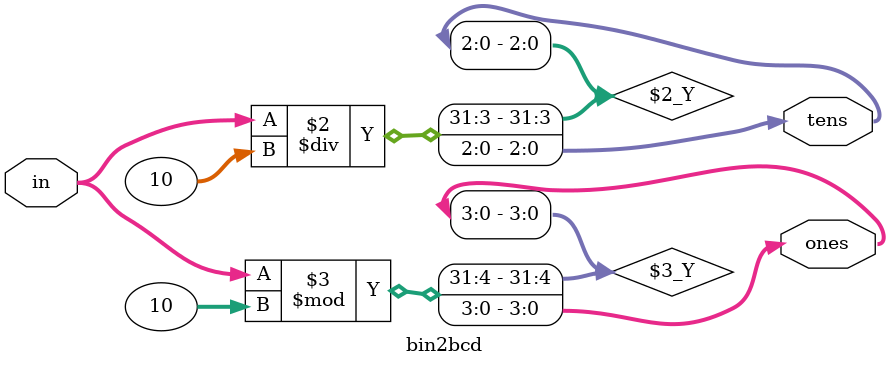
<source format=v>
`timescale 1ns / 1ps


module bin2bcd(input [5:0] in,output reg [2:0] tens, output reg [3:0] ones);

always@(*) begin
    tens <= in/10;
    ones <= in%10;
end
endmodule

</source>
